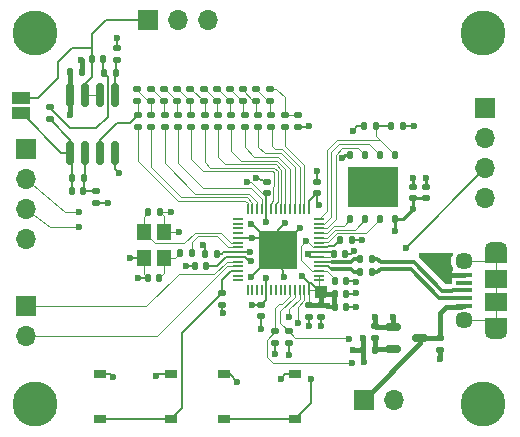
<source format=gbr>
%TF.GenerationSoftware,KiCad,Pcbnew,7.0.7*%
%TF.CreationDate,2023-09-18T16:24:31-07:00*%
%TF.ProjectId,pi_pico_dds,70695f70-6963-46f5-9f64-64732e6b6963,rev?*%
%TF.SameCoordinates,Original*%
%TF.FileFunction,Copper,L1,Top*%
%TF.FilePolarity,Positive*%
%FSLAX46Y46*%
G04 Gerber Fmt 4.6, Leading zero omitted, Abs format (unit mm)*
G04 Created by KiCad (PCBNEW 7.0.7) date 2023-09-18 16:24:31*
%MOMM*%
%LPD*%
G01*
G04 APERTURE LIST*
G04 Aperture macros list*
%AMRoundRect*
0 Rectangle with rounded corners*
0 $1 Rounding radius*
0 $2 $3 $4 $5 $6 $7 $8 $9 X,Y pos of 4 corners*
0 Add a 4 corners polygon primitive as box body*
4,1,4,$2,$3,$4,$5,$6,$7,$8,$9,$2,$3,0*
0 Add four circle primitives for the rounded corners*
1,1,$1+$1,$2,$3*
1,1,$1+$1,$4,$5*
1,1,$1+$1,$6,$7*
1,1,$1+$1,$8,$9*
0 Add four rect primitives between the rounded corners*
20,1,$1+$1,$2,$3,$4,$5,0*
20,1,$1+$1,$4,$5,$6,$7,0*
20,1,$1+$1,$6,$7,$8,$9,0*
20,1,$1+$1,$8,$9,$2,$3,0*%
G04 Aperture macros list end*
%TA.AperFunction,SMDPad,CuDef*%
%ADD10R,1.000000X0.750000*%
%TD*%
%TA.AperFunction,SMDPad,CuDef*%
%ADD11RoundRect,0.135000X0.135000X0.185000X-0.135000X0.185000X-0.135000X-0.185000X0.135000X-0.185000X0*%
%TD*%
%TA.AperFunction,SMDPad,CuDef*%
%ADD12RoundRect,0.135000X0.185000X-0.135000X0.185000X0.135000X-0.185000X0.135000X-0.185000X-0.135000X0*%
%TD*%
%TA.AperFunction,SMDPad,CuDef*%
%ADD13R,1.500000X1.000000*%
%TD*%
%TA.AperFunction,ComponentPad*%
%ADD14R,1.700000X1.700000*%
%TD*%
%TA.AperFunction,ComponentPad*%
%ADD15O,1.700000X1.700000*%
%TD*%
%TA.AperFunction,SMDPad,CuDef*%
%ADD16RoundRect,0.140000X0.170000X-0.140000X0.170000X0.140000X-0.170000X0.140000X-0.170000X-0.140000X0*%
%TD*%
%TA.AperFunction,SMDPad,CuDef*%
%ADD17RoundRect,0.140000X0.140000X0.170000X-0.140000X0.170000X-0.140000X-0.170000X0.140000X-0.170000X0*%
%TD*%
%TA.AperFunction,SMDPad,CuDef*%
%ADD18RoundRect,0.150000X0.150000X-0.825000X0.150000X0.825000X-0.150000X0.825000X-0.150000X-0.825000X0*%
%TD*%
%TA.AperFunction,SMDPad,CuDef*%
%ADD19RoundRect,0.140000X-0.170000X0.140000X-0.170000X-0.140000X0.170000X-0.140000X0.170000X0.140000X0*%
%TD*%
%TA.AperFunction,SMDPad,CuDef*%
%ADD20RoundRect,0.150000X-0.512500X-0.150000X0.512500X-0.150000X0.512500X0.150000X-0.512500X0.150000X0*%
%TD*%
%TA.AperFunction,SMDPad,CuDef*%
%ADD21RoundRect,0.140000X-0.140000X-0.170000X0.140000X-0.170000X0.140000X0.170000X-0.140000X0.170000X0*%
%TD*%
%TA.AperFunction,ComponentPad*%
%ADD22C,3.800000*%
%TD*%
%TA.AperFunction,SMDPad,CuDef*%
%ADD23RoundRect,0.135000X-0.135000X-0.185000X0.135000X-0.185000X0.135000X0.185000X-0.135000X0.185000X0*%
%TD*%
%TA.AperFunction,SMDPad,CuDef*%
%ADD24RoundRect,0.135000X-0.185000X0.135000X-0.185000X-0.135000X0.185000X-0.135000X0.185000X0.135000X0*%
%TD*%
%TA.AperFunction,SMDPad,CuDef*%
%ADD25R,1.350000X0.400000*%
%TD*%
%TA.AperFunction,ComponentPad*%
%ADD26O,1.900000X1.200000*%
%TD*%
%TA.AperFunction,SMDPad,CuDef*%
%ADD27R,1.900000X1.200000*%
%TD*%
%TA.AperFunction,ComponentPad*%
%ADD28C,1.450000*%
%TD*%
%TA.AperFunction,SMDPad,CuDef*%
%ADD29R,1.900000X1.500000*%
%TD*%
%TA.AperFunction,SMDPad,CuDef*%
%ADD30R,1.200000X1.400000*%
%TD*%
%TA.AperFunction,SMDPad,CuDef*%
%ADD31RoundRect,0.050000X-0.050000X0.387500X-0.050000X-0.387500X0.050000X-0.387500X0.050000X0.387500X0*%
%TD*%
%TA.AperFunction,SMDPad,CuDef*%
%ADD32RoundRect,0.050000X-0.387500X0.050000X-0.387500X-0.050000X0.387500X-0.050000X0.387500X0.050000X0*%
%TD*%
%TA.AperFunction,SMDPad,CuDef*%
%ADD33R,3.200000X3.200000*%
%TD*%
%TA.AperFunction,SMDPad,CuDef*%
%ADD34RoundRect,0.125000X-0.125000X0.250000X-0.125000X-0.250000X0.125000X-0.250000X0.125000X0.250000X0*%
%TD*%
%TA.AperFunction,SMDPad,CuDef*%
%ADD35R,4.300000X3.400000*%
%TD*%
%TA.AperFunction,ViaPad*%
%ADD36C,0.600000*%
%TD*%
%TA.AperFunction,Conductor*%
%ADD37C,0.200000*%
%TD*%
%TA.AperFunction,Conductor*%
%ADD38C,0.400000*%
%TD*%
%TA.AperFunction,Conductor*%
%ADD39C,0.254000*%
%TD*%
%TA.AperFunction,Conductor*%
%ADD40C,0.100000*%
%TD*%
%TA.AperFunction,Conductor*%
%ADD41C,0.366567*%
%TD*%
G04 APERTURE END LIST*
D10*
%TO.P,SW2,1,1*%
%TO.N,GND*%
X183817000Y-96550000D03*
X189817000Y-96550000D03*
%TO.P,SW2,2,2*%
%TO.N,Net-(R5-Pad1)*%
X183817000Y-100300000D03*
X189817000Y-100300000D03*
%TD*%
%TO.P,SW1,1,1*%
%TO.N,GND*%
X173313000Y-96550000D03*
X179313000Y-96550000D03*
%TO.P,SW1,2,2*%
%TO.N,Net-(U3-RUN)*%
X173313000Y-100300000D03*
X179313000Y-100300000D03*
%TD*%
D11*
%TO.P,R37,1*%
%TO.N,Net-(U4B-+)*%
X174627000Y-70993000D03*
%TO.P,R37,2*%
%TO.N,Net-(C21-Pad1)*%
X173607000Y-70993000D03*
%TD*%
D12*
%TO.P,R36,2*%
%TO.N,Net-(C21-Pad1)*%
X169037000Y-73912000D03*
%TO.P,R36,1*%
%TO.N,Net-(JP1-A)*%
X169037000Y-74932000D03*
%TD*%
D13*
%TO.P,JP1,2,B*%
%TO.N,Net-(J6-Pin_1)*%
X166624000Y-73137000D03*
%TO.P,JP1,1,A*%
%TO.N,Net-(JP1-A)*%
X166624000Y-74437000D03*
%TD*%
D14*
%TO.P,J6,1,Pin_1*%
%TO.N,Net-(J6-Pin_1)*%
X177342800Y-66522600D03*
D15*
%TO.P,J6,2,Pin_2*%
%TO.N,GND*%
X179882800Y-66522600D03*
%TO.P,J6,3,Pin_3*%
X182422800Y-66522600D03*
%TD*%
D16*
%TO.P,C22,2*%
%TO.N,GND*%
X174701200Y-68935600D03*
%TO.P,C22,1*%
%TO.N,Net-(U4B-+)*%
X174701200Y-69895600D03*
%TD*%
D17*
%TO.P,C21,1*%
%TO.N,Net-(C21-Pad1)*%
X173581000Y-69850000D03*
%TO.P,C21,2*%
%TO.N,Net-(J6-Pin_1)*%
X172621000Y-69850000D03*
%TD*%
D18*
%TO.P,U4,1*%
%TO.N,Net-(JP1-A)*%
X170764200Y-77811400D03*
%TO.P,U4,2,-*%
%TO.N,Net-(U4A--)*%
X172034200Y-77811400D03*
%TO.P,U4,3,+*%
%TO.N,Net-(U4A-+)*%
X173304200Y-77811400D03*
%TO.P,U4,4*%
%TO.N,GND*%
X174574200Y-77811400D03*
%TO.P,U4,5,+*%
%TO.N,Net-(U4B-+)*%
X174574200Y-72861400D03*
%TO.P,U4,6,-*%
%TO.N,Net-(J6-Pin_1)*%
X173304200Y-72861400D03*
%TO.P,U4,7*%
X172034200Y-72861400D03*
%TO.P,U4,8*%
%TO.N,+5V*%
X170764200Y-72861400D03*
%TD*%
D12*
%TO.P,R32,1*%
%TO.N,/GPIO10*%
X177615628Y-75565000D03*
%TO.P,R32,2*%
%TO.N,Net-(R19-Pad1)*%
X177615628Y-74545000D03*
%TD*%
%TO.P,R28,1*%
%TO.N,/GPIO6*%
X182143400Y-75565000D03*
%TO.P,R28,2*%
%TO.N,Net-(R15-Pad1)*%
X182143400Y-74545000D03*
%TD*%
D17*
%TO.P,C4,1*%
%TO.N,+1V1*%
X182293200Y-87325200D03*
%TO.P,C4,2*%
%TO.N,GND*%
X181333200Y-87325200D03*
%TD*%
D19*
%TO.P,C12,1*%
%TO.N,+3V3*%
X192024000Y-90706000D03*
%TO.P,C12,2*%
%TO.N,GND*%
X192024000Y-91666000D03*
%TD*%
D14*
%TO.P,J3,1,Pin_1*%
%TO.N,+3V3*%
X205866600Y-74025600D03*
D15*
%TO.P,J3,2,Pin_2*%
%TO.N,/SDA*%
X205866600Y-76565600D03*
%TO.P,J3,3,Pin_3*%
%TO.N,/SCL*%
X205866600Y-79105600D03*
%TO.P,J3,4,Pin_4*%
%TO.N,GND*%
X205866600Y-81645600D03*
%TD*%
D20*
%TO.P,U1,1,GND*%
%TO.N,GND*%
X198131000Y-92522000D03*
%TO.P,U1,2,VO*%
%TO.N,Net-(U1-VO)*%
X198131000Y-94422000D03*
%TO.P,U1,3,VI*%
%TO.N,+5V*%
X200406000Y-93472000D03*
%TD*%
D21*
%TO.P,C11,1*%
%TO.N,+3V3*%
X193068000Y-86309200D03*
%TO.P,C11,2*%
%TO.N,GND*%
X194028000Y-86309200D03*
%TD*%
D11*
%TO.P,R1,1*%
%TO.N,Net-(U1-VO)*%
X196598000Y-94488000D03*
%TO.P,R1,2*%
%TO.N,+3V3*%
X195578000Y-94488000D03*
%TD*%
D12*
%TO.P,R15,1*%
%TO.N,Net-(R15-Pad1)*%
X182051111Y-73361200D03*
%TO.P,R15,2*%
%TO.N,Net-(R14-Pad1)*%
X182051111Y-72341200D03*
%TD*%
%TO.P,R13,1*%
%TO.N,Net-(R13-Pad1)*%
X184290255Y-73361200D03*
%TO.P,R13,2*%
%TO.N,Net-(R12-Pad1)*%
X184290255Y-72341200D03*
%TD*%
D19*
%TO.P,C10,1*%
%TO.N,+3V3*%
X186944000Y-90655200D03*
%TO.P,C10,2*%
%TO.N,GND*%
X186944000Y-91615200D03*
%TD*%
D12*
%TO.P,R25,1*%
%TO.N,/GPIO3*%
X185539229Y-75565000D03*
%TO.P,R25,2*%
%TO.N,Net-(R12-Pad1)*%
X185539229Y-74545000D03*
%TD*%
%TO.P,R12,1*%
%TO.N,Net-(R12-Pad1)*%
X185409827Y-73361200D03*
%TO.P,R12,2*%
%TO.N,Net-(R11-Pad1)*%
X185409827Y-72341200D03*
%TD*%
%TO.P,R10,1*%
%TO.N,Net-(R10-Pad1)*%
X187648977Y-73361200D03*
%TO.P,R10,2*%
%TO.N,Net-(R10-Pad2)*%
X187648977Y-72341200D03*
%TD*%
%TO.P,R31,1*%
%TO.N,/GPIO9*%
X178747571Y-75565000D03*
%TO.P,R31,2*%
%TO.N,Net-(R18-Pad1)*%
X178747571Y-74545000D03*
%TD*%
%TO.P,R8,1*%
%TO.N,+3V3*%
X188137800Y-93905800D03*
%TO.P,R8,2*%
%TO.N,/SDA*%
X188137800Y-92885800D03*
%TD*%
D17*
%TO.P,C8,1*%
%TO.N,+3V3*%
X183156800Y-86309200D03*
%TO.P,C8,2*%
%TO.N,GND*%
X182196800Y-86309200D03*
%TD*%
D16*
%TO.P,C2,1*%
%TO.N,Net-(U1-VO)*%
X196596000Y-93444000D03*
%TO.P,C2,2*%
%TO.N,GND*%
X196596000Y-92484000D03*
%TD*%
D11*
%TO.P,R6,1*%
%TO.N,/USB_DN*%
X196293200Y-87884000D03*
%TO.P,R6,2*%
%TO.N,/USB_N*%
X195273200Y-87884000D03*
%TD*%
D12*
%TO.P,R23,1*%
%TO.N,/GPIO1*%
X187803115Y-75565000D03*
%TO.P,R23,2*%
%TO.N,Net-(R10-Pad1)*%
X187803115Y-74545000D03*
%TD*%
D14*
%TO.P,J2,1,Pin_1*%
%TO.N,+5V*%
X195617000Y-98679000D03*
D15*
%TO.P,J2,2,Pin_2*%
%TO.N,GND*%
X198157000Y-98679000D03*
%TD*%
D12*
%TO.P,R29,1*%
%TO.N,/GPIO7*%
X181011457Y-75565000D03*
%TO.P,R29,2*%
%TO.N,Net-(R16-Pad1)*%
X181011457Y-74545000D03*
%TD*%
D16*
%TO.P,C16,1*%
%TO.N,+3V3*%
X200914000Y-81630400D03*
%TO.P,C16,2*%
%TO.N,GND*%
X200914000Y-80670400D03*
%TD*%
D22*
%TO.P,H1,1,1*%
%TO.N,GND*%
X205740000Y-67614800D03*
%TD*%
D23*
%TO.P,R5,1*%
%TO.N,Net-(R5-Pad1)*%
X195628800Y-75539600D03*
%TO.P,R5,2*%
%TO.N,/QSPI_SS*%
X196648800Y-75539600D03*
%TD*%
D19*
%TO.P,C1,1*%
%TO.N,+5V*%
X202057000Y-93500000D03*
%TO.P,C1,2*%
%TO.N,GND*%
X202057000Y-94460000D03*
%TD*%
D12*
%TO.P,R9,1*%
%TO.N,+3V3*%
X189255400Y-93880400D03*
%TO.P,R9,2*%
%TO.N,/SCL*%
X189255400Y-92860400D03*
%TD*%
D22*
%TO.P,H2,1,1*%
%TO.N,GND*%
X205740000Y-99060000D03*
%TD*%
D14*
%TO.P,J4,1,Pin_1*%
%TO.N,+3V3*%
X166979600Y-77419200D03*
D15*
%TO.P,J4,2,Pin_2*%
%TO.N,/ADC2*%
X166979600Y-79959200D03*
%TO.P,J4,3,Pin_3*%
%TO.N,/ADC3*%
X166979600Y-82499200D03*
%TO.P,J4,4,Pin_4*%
%TO.N,GND*%
X166979600Y-85039200D03*
%TD*%
D12*
%TO.P,R16,1*%
%TO.N,Net-(R16-Pad1)*%
X180931539Y-73361200D03*
%TO.P,R16,2*%
%TO.N,Net-(R15-Pad1)*%
X180931539Y-72341200D03*
%TD*%
%TO.P,R21,1*%
%TO.N,GND*%
X190067011Y-75565000D03*
%TO.P,R21,2*%
%TO.N,Net-(R10-Pad2)*%
X190067011Y-74545000D03*
%TD*%
%TO.P,R33,1*%
%TO.N,/GPIO11*%
X176483685Y-75565000D03*
%TO.P,R33,2*%
%TO.N,Net-(U4A-+)*%
X176483685Y-74545000D03*
%TD*%
D22*
%TO.P,H3,1,1*%
%TO.N,GND*%
X167767000Y-99060000D03*
%TD*%
D12*
%TO.P,R24,1*%
%TO.N,/GPIO2*%
X186671172Y-75565000D03*
%TO.P,R24,2*%
%TO.N,Net-(R11-Pad1)*%
X186671172Y-74545000D03*
%TD*%
D24*
%TO.P,R2,1*%
%TO.N,Net-(U3-RUN)*%
X183642000Y-89609200D03*
%TO.P,R2,2*%
%TO.N,+3V3*%
X183642000Y-90629200D03*
%TD*%
D22*
%TO.P,H4,1,1*%
%TO.N,GND*%
X167767000Y-67614800D03*
%TD*%
D11*
%TO.P,R4,1*%
%TO.N,/USB_DP*%
X196293200Y-86766400D03*
%TO.P,R4,2*%
%TO.N,/USB_P*%
X195273200Y-86766400D03*
%TD*%
D25*
%TO.P,J1,1,VBUS*%
%TO.N,+5V*%
X204144700Y-90724000D03*
%TO.P,J1,2,D-*%
%TO.N,/USB_DN*%
X204144700Y-90074000D03*
%TO.P,J1,3,D+*%
%TO.N,/USB_DP*%
X204144700Y-89424000D03*
%TO.P,J1,4,ID*%
%TO.N,unconnected-(J1-ID-Pad4)*%
X204144700Y-88774000D03*
%TO.P,J1,5,GND*%
%TO.N,GND*%
X204144700Y-88124000D03*
D26*
%TO.P,J1,6,Shield*%
%TO.N,unconnected-(J1-Shield-Pad6)*%
X206844700Y-92924000D03*
D27*
X206844700Y-92324000D03*
D28*
X204144700Y-91924000D03*
D29*
X206844700Y-90424000D03*
X206844700Y-88424000D03*
D28*
X204144700Y-86924000D03*
D27*
X206844700Y-86524000D03*
D26*
X206844700Y-85924000D03*
%TD*%
D12*
%TO.P,R14,1*%
%TO.N,Net-(R14-Pad1)*%
X183170683Y-73361200D03*
%TO.P,R14,2*%
%TO.N,Net-(R13-Pad1)*%
X183170683Y-72341200D03*
%TD*%
%TO.P,R27,1*%
%TO.N,/GPIO5*%
X183275343Y-75565000D03*
%TO.P,R27,2*%
%TO.N,Net-(R14-Pad1)*%
X183275343Y-74545000D03*
%TD*%
%TO.P,R20,1*%
%TO.N,Net-(U4A-+)*%
X176453251Y-73361200D03*
%TO.P,R20,2*%
%TO.N,Net-(R19-Pad1)*%
X176453251Y-72341200D03*
%TD*%
D19*
%TO.P,C7,1*%
%TO.N,+3V3*%
X191008000Y-90706000D03*
%TO.P,C7,2*%
%TO.N,GND*%
X191008000Y-91666000D03*
%TD*%
D21*
%TO.P,C19,2*%
%TO.N,GND*%
X171726800Y-70916800D03*
%TO.P,C19,1*%
%TO.N,+5V*%
X170766800Y-70916800D03*
%TD*%
D30*
%TO.P,Y1,1,1*%
%TO.N,Net-(C18-Pad2)*%
X178689000Y-86698000D03*
%TO.P,Y1,2,2*%
%TO.N,GND*%
X178689000Y-84498000D03*
%TO.P,Y1,3,3*%
%TO.N,Net-(U3-XIN)*%
X176989000Y-84498000D03*
%TO.P,Y1,4,4*%
%TO.N,GND*%
X176989000Y-86698000D03*
%TD*%
D12*
%TO.P,R26,1*%
%TO.N,/GPIO4*%
X184407286Y-75565000D03*
%TO.P,R26,2*%
%TO.N,Net-(R13-Pad1)*%
X184407286Y-74545000D03*
%TD*%
%TO.P,R30,1*%
%TO.N,/GPIO8*%
X179879514Y-75565000D03*
%TO.P,R30,2*%
%TO.N,Net-(R17-Pad1)*%
X179879514Y-74545000D03*
%TD*%
%TO.P,R11,1*%
%TO.N,Net-(R11-Pad1)*%
X186529399Y-73361200D03*
%TO.P,R11,2*%
%TO.N,Net-(R10-Pad1)*%
X186529399Y-72341200D03*
%TD*%
D14*
%TO.P,J5,1,Pin_1*%
%TO.N,/SWCLK*%
X166979600Y-90754200D03*
D15*
%TO.P,J5,2,Pin_2*%
%TO.N,/SWD*%
X166979600Y-93294200D03*
%TD*%
D17*
%TO.P,C17,1*%
%TO.N,GND*%
X178332600Y-82804000D03*
%TO.P,C17,2*%
%TO.N,Net-(U3-XIN)*%
X177372600Y-82804000D03*
%TD*%
D16*
%TO.P,C6,1*%
%TO.N,+3V3*%
X191617600Y-81201200D03*
%TO.P,C6,2*%
%TO.N,GND*%
X191617600Y-80241200D03*
%TD*%
%TO.P,C15,1*%
%TO.N,+3V3*%
X199796400Y-81630400D03*
%TO.P,C15,2*%
%TO.N,GND*%
X199796400Y-80670400D03*
%TD*%
D23*
%TO.P,R3,1*%
%TO.N,/QSPI_SS*%
X197914800Y-75539600D03*
%TO.P,R3,2*%
%TO.N,+3V3*%
X198934800Y-75539600D03*
%TD*%
D21*
%TO.P,C14,1*%
%TO.N,+3V3*%
X193146800Y-90830400D03*
%TO.P,C14,2*%
%TO.N,GND*%
X194106800Y-90830400D03*
%TD*%
%TO.P,C5,1*%
%TO.N,+1V1*%
X193146800Y-88646000D03*
%TO.P,C5,2*%
%TO.N,GND*%
X194106800Y-88646000D03*
%TD*%
D24*
%TO.P,R35,1*%
%TO.N,Net-(U4A--)*%
X172974000Y-81024000D03*
%TO.P,R35,2*%
%TO.N,GND*%
X172974000Y-82044000D03*
%TD*%
D11*
%TO.P,R7,1*%
%TO.N,Net-(U3-XOUT)*%
X181104000Y-86233000D03*
%TO.P,R7,2*%
%TO.N,Net-(C18-Pad2)*%
X180084000Y-86233000D03*
%TD*%
D12*
%TO.P,R17,1*%
%TO.N,Net-(R17-Pad1)*%
X179811967Y-73361200D03*
%TO.P,R17,2*%
%TO.N,Net-(R16-Pad1)*%
X179811967Y-72341200D03*
%TD*%
D21*
%TO.P,C3,1*%
%TO.N,+1V1*%
X193626800Y-85191600D03*
%TO.P,C3,2*%
%TO.N,GND*%
X194586800Y-85191600D03*
%TD*%
D11*
%TO.P,R34,1*%
%TO.N,Net-(U4A--)*%
X171934600Y-79883000D03*
%TO.P,R34,2*%
%TO.N,Net-(JP1-A)*%
X170914600Y-79883000D03*
%TD*%
D31*
%TO.P,U3,1,IOVDD*%
%TO.N,+3V3*%
X190976000Y-82550000D03*
%TO.P,U3,2,GPIO0*%
%TO.N,/GPIO0*%
X190576000Y-82550000D03*
%TO.P,U3,3,GPIO1*%
%TO.N,/GPIO1*%
X190176000Y-82550000D03*
%TO.P,U3,4,GPIO2*%
%TO.N,/GPIO2*%
X189776000Y-82550000D03*
%TO.P,U3,5,GPIO3*%
%TO.N,/GPIO3*%
X189376000Y-82550000D03*
%TO.P,U3,6,GPIO4*%
%TO.N,/GPIO4*%
X188976000Y-82550000D03*
%TO.P,U3,7,GPIO5*%
%TO.N,/GPIO5*%
X188576000Y-82550000D03*
%TO.P,U3,8,GPIO6*%
%TO.N,/GPIO6*%
X188176000Y-82550000D03*
%TO.P,U3,9,GPIO7*%
%TO.N,/GPIO7*%
X187776000Y-82550000D03*
%TO.P,U3,10,IOVDD*%
%TO.N,+3V3*%
X187376000Y-82550000D03*
%TO.P,U3,11,GPIO8*%
%TO.N,/GPIO8*%
X186976000Y-82550000D03*
%TO.P,U3,12,GPIO9*%
%TO.N,/GPIO9*%
X186576000Y-82550000D03*
%TO.P,U3,13,GPIO10*%
%TO.N,/GPIO10*%
X186176000Y-82550000D03*
%TO.P,U3,14,GPIO11*%
%TO.N,/GPIO11*%
X185776000Y-82550000D03*
D32*
%TO.P,U3,15,GPIO12*%
%TO.N,/GPIO12*%
X184938500Y-83387500D03*
%TO.P,U3,16,GPIO13*%
%TO.N,/GPIO13*%
X184938500Y-83787500D03*
%TO.P,U3,17,GPIO14*%
%TO.N,/GPIO14*%
X184938500Y-84187500D03*
%TO.P,U3,18,GPIO15*%
%TO.N,/GPIO15*%
X184938500Y-84587500D03*
%TO.P,U3,19,TESTEN*%
%TO.N,GND*%
X184938500Y-84987500D03*
%TO.P,U3,20,XIN*%
%TO.N,Net-(U3-XIN)*%
X184938500Y-85387500D03*
%TO.P,U3,21,XOUT*%
%TO.N,Net-(U3-XOUT)*%
X184938500Y-85787500D03*
%TO.P,U3,22,IOVDD*%
%TO.N,+3V3*%
X184938500Y-86187500D03*
%TO.P,U3,23,DVDD*%
%TO.N,+1V1*%
X184938500Y-86587500D03*
%TO.P,U3,24,SWCLK*%
%TO.N,/SWCLK*%
X184938500Y-86987500D03*
%TO.P,U3,25,SWD*%
%TO.N,/SWD*%
X184938500Y-87387500D03*
%TO.P,U3,26,RUN*%
%TO.N,Net-(U3-RUN)*%
X184938500Y-87787500D03*
%TO.P,U3,27,GPIO16*%
%TO.N,/GPIO16*%
X184938500Y-88187500D03*
%TO.P,U3,28,GPIO17*%
%TO.N,/GPIO17*%
X184938500Y-88587500D03*
D31*
%TO.P,U3,29,GPIO18*%
%TO.N,/GPIO18*%
X185776000Y-89425000D03*
%TO.P,U3,30,GPIO19*%
%TO.N,/GPIO19*%
X186176000Y-89425000D03*
%TO.P,U3,31,GPIO20*%
%TO.N,/GPIO20*%
X186576000Y-89425000D03*
%TO.P,U3,32,GPIO21*%
%TO.N,/GPIO21*%
X186976000Y-89425000D03*
%TO.P,U3,33,IOVDD*%
%TO.N,+3V3*%
X187376000Y-89425000D03*
%TO.P,U3,34,GPIO22*%
%TO.N,/GPIO22*%
X187776000Y-89425000D03*
%TO.P,U3,35,GPIO23*%
%TO.N,/GPIO23*%
X188176000Y-89425000D03*
%TO.P,U3,36,GPIO24*%
%TO.N,/GPIO24*%
X188576000Y-89425000D03*
%TO.P,U3,37,GPIO25*%
%TO.N,/GPIO25*%
X188976000Y-89425000D03*
%TO.P,U3,38,GPIO26_ADC0*%
%TO.N,/SDA*%
X189376000Y-89425000D03*
%TO.P,U3,39,GPIO27_ADC1*%
%TO.N,/SCL*%
X189776000Y-89425000D03*
%TO.P,U3,40,GPIO28_ADC2*%
%TO.N,/ADC2*%
X190176000Y-89425000D03*
%TO.P,U3,41,GPIO29_ADC3*%
%TO.N,/ADC3*%
X190576000Y-89425000D03*
%TO.P,U3,42,IOVDD*%
%TO.N,+3V3*%
X190976000Y-89425000D03*
D32*
%TO.P,U3,43,ADC_AVDD*%
X191813500Y-88587500D03*
%TO.P,U3,44,VREG_IN*%
X191813500Y-88187500D03*
%TO.P,U3,45,VREG_VOUT*%
%TO.N,+1V1*%
X191813500Y-87787500D03*
%TO.P,U3,46,USB_DM*%
%TO.N,/USB_N*%
X191813500Y-87387500D03*
%TO.P,U3,47,USB_DP*%
%TO.N,/USB_P*%
X191813500Y-86987500D03*
%TO.P,U3,48,USB_VDD*%
%TO.N,+3V3*%
X191813500Y-86587500D03*
%TO.P,U3,49,IOVDD*%
X191813500Y-86187500D03*
%TO.P,U3,50,DVDD*%
%TO.N,+1V1*%
X191813500Y-85787500D03*
%TO.P,U3,51,QSPI_SD3*%
%TO.N,/QSPI_SD3*%
X191813500Y-85387500D03*
%TO.P,U3,52,QSPI_SCLK*%
%TO.N,/QSPI_SCLK*%
X191813500Y-84987500D03*
%TO.P,U3,53,QSPI_SD0*%
%TO.N,/QSPI_SD0*%
X191813500Y-84587500D03*
%TO.P,U3,54,QSPI_SD2*%
%TO.N,/QSPI_SD2*%
X191813500Y-84187500D03*
%TO.P,U3,55,QSPI_SD1*%
%TO.N,/QSPI_SD1*%
X191813500Y-83787500D03*
%TO.P,U3,56,QSPI_SS*%
%TO.N,/QSPI_SS*%
X191813500Y-83387500D03*
D33*
%TO.P,U3,57,GND*%
%TO.N,GND*%
X188376000Y-85987500D03*
%TD*%
D16*
%TO.P,C9,1*%
%TO.N,+3V3*%
X187401200Y-81201200D03*
%TO.P,C9,2*%
%TO.N,GND*%
X187401200Y-80241200D03*
%TD*%
D12*
%TO.P,R22,1*%
%TO.N,/GPIO0*%
X188935058Y-75565000D03*
%TO.P,R22,2*%
%TO.N,Net-(R10-Pad2)*%
X188935058Y-74545000D03*
%TD*%
D21*
%TO.P,C13,1*%
%TO.N,+3V3*%
X193146800Y-89763600D03*
%TO.P,C13,2*%
%TO.N,GND*%
X194106800Y-89763600D03*
%TD*%
D34*
%TO.P,U2,1,~{CS}*%
%TO.N,/QSPI_SS*%
X198289600Y-78007600D03*
%TO.P,U2,2,DO(IO1)*%
%TO.N,/QSPI_SD1*%
X197019600Y-78007600D03*
%TO.P,U2,3,IO2*%
%TO.N,/QSPI_SD2*%
X195749600Y-78007600D03*
%TO.P,U2,4,GND*%
%TO.N,GND*%
X194479600Y-78007600D03*
%TO.P,U2,5,DI(IO0)*%
%TO.N,/QSPI_SD0*%
X194479600Y-83407600D03*
%TO.P,U2,6,CLK*%
%TO.N,/QSPI_SCLK*%
X195749600Y-83407600D03*
%TO.P,U2,7,IO3*%
%TO.N,/QSPI_SD3*%
X197019600Y-83407600D03*
%TO.P,U2,8,VCC*%
%TO.N,+3V3*%
X198289600Y-83407600D03*
D35*
%TO.P,U2,9,EP*%
%TO.N,unconnected-(U2-EP-Pad9)*%
X196384600Y-80707600D03*
%TD*%
D21*
%TO.P,C18,1*%
%TO.N,GND*%
X177321800Y-88341200D03*
%TO.P,C18,2*%
%TO.N,Net-(C18-Pad2)*%
X178281800Y-88341200D03*
%TD*%
%TO.P,C20,1*%
%TO.N,Net-(JP1-A)*%
X170919200Y-81026000D03*
%TO.P,C20,2*%
%TO.N,Net-(U4A--)*%
X171879200Y-81026000D03*
%TD*%
D12*
%TO.P,R19,1*%
%TO.N,Net-(R19-Pad1)*%
X177572823Y-73361200D03*
%TO.P,R19,2*%
%TO.N,Net-(R18-Pad1)*%
X177572823Y-72341200D03*
%TD*%
%TO.P,R18,1*%
%TO.N,Net-(R18-Pad1)*%
X178692395Y-73361200D03*
%TO.P,R18,2*%
%TO.N,Net-(R17-Pad1)*%
X178692395Y-72341200D03*
%TD*%
D36*
%TO.N,GND*%
X174371000Y-96774000D03*
X178054000Y-96647000D03*
X184912000Y-97155000D03*
X188595000Y-96901000D03*
X174726600Y-68018600D03*
%TO.N,+5V*%
X170764200Y-74549000D03*
%TO.N,GND*%
X176530000Y-88341200D03*
X196596000Y-91694000D03*
X182041800Y-85547200D03*
X192024000Y-92456000D03*
X198120000Y-91694000D03*
X194754933Y-86075735D03*
X179959000Y-84455000D03*
X201422000Y-86868000D03*
X171704000Y-69900800D03*
X194945000Y-89662000D03*
X186486800Y-79933800D03*
X175818800Y-86715600D03*
X190220600Y-84150200D03*
X186944000Y-92659200D03*
X194945000Y-90805000D03*
X173990000Y-82016600D03*
X186131200Y-84988400D03*
X199796400Y-79908400D03*
X200914000Y-79908400D03*
X186055000Y-88265000D03*
X202057000Y-95250000D03*
X188976000Y-83693000D03*
X180543200Y-87376000D03*
X191617600Y-79349600D03*
X186055000Y-83820000D03*
X195427600Y-85191600D03*
X202565000Y-88138000D03*
X194970400Y-88696800D03*
X179324000Y-82804000D03*
X188849000Y-88265000D03*
X174879000Y-79451200D03*
X191008000Y-92456000D03*
X191008000Y-75539600D03*
X193792700Y-78239556D03*
X202438000Y-87122000D03*
%TO.N,+3V3*%
X198272400Y-84429600D03*
X190856700Y-86360000D03*
X188137800Y-94818200D03*
X191795400Y-82194400D03*
X195580000Y-93472000D03*
X194665600Y-94488000D03*
X189255400Y-94894400D03*
X183667400Y-91338400D03*
X192024000Y-89662000D03*
X185724800Y-80213200D03*
X186182000Y-90627200D03*
X185978800Y-86156800D03*
X199796400Y-82550000D03*
X190398400Y-88239600D03*
X199847200Y-75539600D03*
X187325000Y-88366600D03*
X195630800Y-95453200D03*
X187375800Y-83642200D03*
%TO.N,+1V1*%
X186084465Y-86949289D03*
X190754000Y-85242400D03*
%TO.N,/SDA*%
X194614800Y-95605600D03*
%TO.N,/SCL*%
X194335400Y-93548200D03*
X199171000Y-85801200D03*
%TO.N,/ADC2*%
X171475400Y-82829400D03*
X189280800Y-91643200D03*
%TO.N,/ADC3*%
X190017400Y-92151200D03*
X171500800Y-84099400D03*
%TO.N,Net-(R5-Pad1)*%
X191135000Y-96901000D03*
X194665600Y-75895200D03*
%TD*%
D37*
%TO.N,GND*%
X188376000Y-85987500D02*
X188849000Y-88265000D01*
X188376000Y-84293000D02*
X188976000Y-83693000D01*
X188376000Y-85987500D02*
X188376000Y-84293000D01*
X186411700Y-84023200D02*
X188376000Y-85987500D01*
X186055000Y-83820000D02*
X186411700Y-84023200D01*
X188376000Y-85994800D02*
X188376000Y-85987500D01*
X186055000Y-88265000D02*
X188376000Y-85994800D01*
%TO.N,Net-(R5-Pad1)*%
X191135000Y-96901000D02*
X191135000Y-98982000D01*
X191135000Y-98982000D02*
X189817000Y-100300000D01*
%TO.N,GND*%
X174371000Y-96774000D02*
X174147000Y-96550000D01*
X174147000Y-96550000D02*
X173313000Y-96550000D01*
X178151000Y-96550000D02*
X178054000Y-96647000D01*
X179313000Y-96550000D02*
X178151000Y-96550000D01*
%TO.N,Net-(U3-RUN)*%
X173313000Y-100300000D02*
X179313000Y-100300000D01*
X180213000Y-99400000D02*
X179313000Y-100300000D01*
X180213000Y-93038200D02*
X180213000Y-99400000D01*
%TO.N,GND*%
X184307000Y-96550000D02*
X184912000Y-97155000D01*
X183817000Y-96550000D02*
X184307000Y-96550000D01*
X188946000Y-96550000D02*
X188595000Y-96901000D01*
X189817000Y-96550000D02*
X188946000Y-96550000D01*
%TO.N,Net-(R5-Pad1)*%
X183817000Y-100300000D02*
X189817000Y-100300000D01*
%TO.N,Net-(J6-Pin_1)*%
X169722800Y-70104000D02*
X170891200Y-68935600D01*
X172621000Y-69850000D02*
X172621000Y-68935600D01*
X169722800Y-71424800D02*
X169722800Y-70104000D01*
X168010600Y-73137000D02*
X169722800Y-71424800D01*
X166624000Y-73137000D02*
X168010600Y-73137000D01*
X172621000Y-68935600D02*
X172621000Y-67713800D01*
X170891200Y-68935600D02*
X172621000Y-68935600D01*
%TO.N,Net-(C21-Pad1)*%
X172974000Y-75692000D02*
X173939200Y-74726800D01*
X173939200Y-74726800D02*
X173939200Y-71325200D01*
X170738800Y-75692000D02*
X172974000Y-75692000D01*
X169037000Y-73990200D02*
X170738800Y-75692000D01*
X173939200Y-71325200D02*
X173607000Y-70993000D01*
X169037000Y-73912000D02*
X169037000Y-73990200D01*
%TO.N,Net-(J6-Pin_1)*%
X173812200Y-66522600D02*
X177342800Y-66522600D01*
X172621000Y-67713800D02*
X173812200Y-66522600D01*
%TO.N,Net-(U4B-+)*%
X174627000Y-69969800D02*
X174701200Y-69895600D01*
X174627000Y-70993000D02*
X174627000Y-69969800D01*
%TO.N,GND*%
X174701200Y-68935600D02*
X174701200Y-68044000D01*
%TO.N,Net-(U4B-+)*%
X174574200Y-71045800D02*
X174627000Y-70993000D01*
X174574200Y-72861400D02*
X174574200Y-71045800D01*
%TO.N,Net-(C21-Pad1)*%
X173581000Y-70967000D02*
X173607000Y-70993000D01*
X173581000Y-69850000D02*
X173581000Y-70967000D01*
%TO.N,Net-(J6-Pin_1)*%
X172621000Y-71371400D02*
X172621000Y-69850000D01*
X172034200Y-71958200D02*
X172621000Y-71371400D01*
X172034200Y-72861400D02*
X172034200Y-71958200D01*
%TO.N,Net-(JP1-A)*%
X170764200Y-76659200D02*
X170764200Y-77811400D01*
X169037000Y-74932000D02*
X170764200Y-76659200D01*
X170013400Y-77811400D02*
X170764200Y-77811400D01*
X166639000Y-74437000D02*
X170013400Y-77811400D01*
X166624000Y-74437000D02*
X166639000Y-74437000D01*
D38*
%TO.N,+5V*%
X170764200Y-74549000D02*
X170764200Y-73344217D01*
X170764200Y-73344217D02*
X170764200Y-72861400D01*
D37*
X170764200Y-70919400D02*
X170766800Y-70916800D01*
D38*
X203916000Y-90724000D02*
X203841000Y-90799000D01*
X195617000Y-98679000D02*
X200406000Y-93890000D01*
X202057000Y-93500000D02*
X200434000Y-93500000D01*
X200406000Y-93890000D02*
X200406000Y-93472000D01*
X200434000Y-93500000D02*
X200406000Y-93472000D01*
X170764200Y-72861400D02*
X170764200Y-70919400D01*
X202057000Y-91313000D02*
X202057000Y-93500000D01*
X202571000Y-90799000D02*
X202057000Y-91313000D01*
X203841000Y-90799000D02*
X202571000Y-90799000D01*
X204144700Y-90724000D02*
X203916000Y-90724000D01*
%TO.N,GND*%
X202819000Y-88124000D02*
X202565000Y-88138000D01*
D37*
X190982600Y-75565000D02*
X191008000Y-75539600D01*
X194843400Y-89763600D02*
X194945000Y-89662000D01*
D39*
X194024656Y-78007600D02*
X193792700Y-78239556D01*
D37*
X187401200Y-80241200D02*
X186486800Y-79933800D01*
X188376000Y-86064800D02*
X188376000Y-85987500D01*
X192024000Y-91666000D02*
X192024000Y-92456000D01*
X180594000Y-87325200D02*
X180543200Y-87376000D01*
X172974000Y-82044000D02*
X173962600Y-82044000D01*
X194106800Y-89763600D02*
X194843400Y-89763600D01*
D38*
X202791000Y-88124000D02*
X202805000Y-88124000D01*
D37*
X182196800Y-86309200D02*
X182196800Y-85702200D01*
D40*
X179916000Y-84498000D02*
X179959000Y-84455000D01*
X178689000Y-84498000D02*
X179916000Y-84498000D01*
D37*
X182196800Y-85702200D02*
X182041800Y-85547200D01*
D38*
X204144700Y-88124000D02*
X202819000Y-88124000D01*
X196596000Y-92484000D02*
X196596000Y-91694000D01*
D39*
X200914000Y-80670400D02*
X200914000Y-79908400D01*
D37*
X171726800Y-69923600D02*
X171704000Y-69900800D01*
X177321800Y-88341200D02*
X176530000Y-88341200D01*
X194521468Y-86309200D02*
X194754933Y-86075735D01*
D38*
X171726800Y-70916800D02*
X171726800Y-69923600D01*
D37*
X191008000Y-91666000D02*
X191008000Y-92456000D01*
D39*
X199796400Y-80670400D02*
X199796400Y-79908400D01*
D37*
X174574200Y-77811400D02*
X174574200Y-79146400D01*
X181333200Y-87325200D02*
X180594000Y-87325200D01*
D40*
X177321800Y-88341200D02*
X176989000Y-88008400D01*
D37*
X191617600Y-80241200D02*
X191617600Y-79349600D01*
X176989000Y-86698000D02*
X175836400Y-86698000D01*
X194919600Y-88646000D02*
X194970400Y-88696800D01*
X194919600Y-90830400D02*
X194945000Y-90805000D01*
D38*
X198131000Y-92522000D02*
X196634000Y-92522000D01*
D37*
X175836400Y-86698000D02*
X175818800Y-86715600D01*
X188376000Y-85987500D02*
X188376000Y-86318800D01*
X186131200Y-84988400D02*
X187376900Y-84988400D01*
X194028000Y-86309200D02*
X194521468Y-86309200D01*
X190067011Y-75565000D02*
X190982600Y-75565000D01*
X186131200Y-84988400D02*
X185977900Y-84987500D01*
D38*
X198131000Y-92522000D02*
X198131000Y-91705000D01*
X202057000Y-94460000D02*
X202057000Y-95250000D01*
D40*
X178332600Y-82804000D02*
X178689000Y-83160400D01*
X176989000Y-88008400D02*
X176989000Y-86698000D01*
D37*
X194586800Y-85191600D02*
X195427600Y-85191600D01*
X186944000Y-91615200D02*
X186944000Y-92659200D01*
X174574200Y-79146400D02*
X174879000Y-79451200D01*
X194106800Y-88646000D02*
X194919600Y-88646000D01*
D40*
X178689000Y-83160400D02*
X178689000Y-84498000D01*
D38*
X196634000Y-92522000D02*
X196596000Y-92484000D01*
D39*
X194479600Y-78007600D02*
X194024656Y-78007600D01*
D40*
X178332600Y-82804000D02*
X179324000Y-82804000D01*
D37*
X173962600Y-82044000D02*
X173990000Y-82016600D01*
X187376900Y-84988400D02*
X188376000Y-85987500D01*
X190220600Y-84150200D02*
X188383300Y-85987500D01*
D38*
X202565000Y-88138000D02*
X202791000Y-88124000D01*
D37*
X188383300Y-85987500D02*
X188376000Y-85987500D01*
X185977900Y-84987500D02*
X184938500Y-84987500D01*
X194106800Y-90830400D02*
X194919600Y-90830400D01*
D38*
X198131000Y-91705000D02*
X198120000Y-91694000D01*
D37*
%TO.N,+3V3*%
X187376000Y-88417600D02*
X187325000Y-88366600D01*
X183614000Y-86309200D02*
X183735700Y-86187500D01*
X190976000Y-82550000D02*
X190976000Y-81842800D01*
D40*
X192252600Y-89763600D02*
X193146800Y-89763600D01*
D37*
X183735700Y-86187500D02*
X184938500Y-86187500D01*
D40*
X191813500Y-86587500D02*
X192789700Y-86587500D01*
D37*
X183642000Y-90629200D02*
X183642000Y-91313000D01*
X191179200Y-88817200D02*
X190976000Y-88817200D01*
D40*
X190976000Y-89425000D02*
X190976000Y-90674000D01*
X191813500Y-88587500D02*
X191813500Y-89324500D01*
D37*
X187376000Y-83642000D02*
X187375800Y-83642200D01*
X190976000Y-81842800D02*
X191617600Y-81201200D01*
D40*
X190976000Y-90674000D02*
X191008000Y-90706000D01*
D39*
X198289600Y-83407600D02*
X198938800Y-83407600D01*
D37*
X183156800Y-86309200D02*
X183614000Y-86309200D01*
X187376000Y-82550000D02*
X187376000Y-81226400D01*
X186944000Y-90655200D02*
X187376000Y-90223200D01*
D40*
X186064582Y-80289400D02*
X186976382Y-81201200D01*
D37*
X192024000Y-89662000D02*
X191179200Y-88817200D01*
X191029200Y-86187500D02*
X190856700Y-86360000D01*
D40*
X190976000Y-89425000D02*
X191713000Y-89425000D01*
D37*
X189255400Y-93880400D02*
X189255400Y-94894400D01*
X191617600Y-82016600D02*
X191795400Y-82194400D01*
D40*
X192024000Y-89662000D02*
X192151000Y-89662000D01*
X192024000Y-89535000D02*
X192024000Y-89662000D01*
D39*
X199796400Y-81630400D02*
X200914000Y-81630400D01*
D40*
X191813500Y-89324500D02*
X192024000Y-89535000D01*
D37*
X186944000Y-90655200D02*
X186210000Y-90655200D01*
D38*
X195578000Y-93474000D02*
X195580000Y-93472000D01*
D39*
X199796400Y-82550000D02*
X199796400Y-81630400D01*
D37*
X191617600Y-81201200D02*
X191617600Y-82016600D01*
D38*
X195578000Y-94488000D02*
X194665600Y-94488000D01*
D37*
X191813500Y-86187500D02*
X192946300Y-86187500D01*
X191084200Y-86587500D02*
X190856700Y-86360000D01*
X190976000Y-88817200D02*
X190398400Y-88239600D01*
D40*
X185801000Y-80289400D02*
X186064582Y-80289400D01*
D37*
X184938500Y-86187500D02*
X185948100Y-86187500D01*
X191813500Y-86187500D02*
X191029200Y-86187500D01*
D39*
X198938800Y-83407600D02*
X199796400Y-82550000D01*
D40*
X192789700Y-86587500D02*
X193068000Y-86309200D01*
D38*
X195578000Y-94488000D02*
X195578000Y-95400400D01*
D37*
X187376000Y-90223200D02*
X187376000Y-89425000D01*
X187376000Y-89425000D02*
X187376000Y-88417600D01*
D40*
X191813500Y-88187500D02*
X191813500Y-88587500D01*
D37*
X191813500Y-86587500D02*
X191084200Y-86587500D01*
D40*
X191713000Y-89425000D02*
X191813500Y-89324500D01*
D37*
X185948100Y-86187500D02*
X185978800Y-86156800D01*
D40*
X192151000Y-89662000D02*
X192252600Y-89763600D01*
D39*
X198289600Y-84412400D02*
X198272400Y-84429600D01*
D38*
X195578000Y-95400400D02*
X195630800Y-95453200D01*
D37*
X190976000Y-89425000D02*
X190976000Y-88817200D01*
X186210000Y-90655200D02*
X186182000Y-90627200D01*
X187376000Y-82550000D02*
X187376000Y-83642000D01*
D39*
X198289600Y-83407600D02*
X198289600Y-84412400D01*
D40*
X186976382Y-81201200D02*
X187401200Y-81201200D01*
D37*
X186868000Y-90579200D02*
X186944000Y-90655200D01*
X192946300Y-86187500D02*
X193068000Y-86309200D01*
X188137800Y-93905800D02*
X188137800Y-94818200D01*
X187376000Y-81226400D02*
X187401200Y-81201200D01*
D40*
X185724800Y-80213200D02*
X185801000Y-80289400D01*
D38*
X195578000Y-94488000D02*
X195578000Y-93474000D01*
D37*
X198934800Y-75539600D02*
X199847200Y-75539600D01*
%TO.N,+1V1*%
X192560400Y-85699200D02*
X193119200Y-85699200D01*
D40*
X190754000Y-85242400D02*
X190754000Y-85191600D01*
D37*
X185922760Y-86949289D02*
X186084465Y-86949289D01*
X184938500Y-86587500D02*
X183922500Y-86587500D01*
X193119200Y-85699200D02*
X193626800Y-85191600D01*
D40*
X190307200Y-86827600D02*
X191267100Y-87787500D01*
X190307200Y-85638400D02*
X190307200Y-86827600D01*
X191349900Y-85787500D02*
X190804800Y-85242400D01*
D37*
X183922500Y-86587500D02*
X183184800Y-87325200D01*
D40*
X191267100Y-87787500D02*
X191813500Y-87787500D01*
D37*
X191813500Y-85787500D02*
X192472100Y-85787500D01*
D40*
X193146800Y-88455995D02*
X193146800Y-88646000D01*
X191813500Y-87787500D02*
X191216300Y-87787500D01*
D37*
X192472100Y-85787500D02*
X192560400Y-85699200D01*
X183184800Y-87325200D02*
X182293200Y-87325200D01*
D40*
X192478305Y-87787500D02*
X193146800Y-88455995D01*
X191813500Y-87787500D02*
X192478305Y-87787500D01*
X191813500Y-85787500D02*
X191349900Y-85787500D01*
X190804800Y-85242400D02*
X190754000Y-85242400D01*
X190754000Y-85191600D02*
X190754000Y-85191600D01*
D37*
X184938500Y-86587500D02*
X185560971Y-86587500D01*
X185560971Y-86587500D02*
X185922760Y-86949289D01*
D40*
X190754000Y-85191600D02*
X190307200Y-85638400D01*
%TO.N,Net-(U3-XIN)*%
X184938500Y-85387500D02*
X184345900Y-85387500D01*
X177372600Y-82804000D02*
X176989000Y-83187600D01*
X180413800Y-85448000D02*
X177939000Y-85448000D01*
X183515000Y-84556600D02*
X181305200Y-84556600D01*
X177939000Y-85448000D02*
X176989000Y-84498000D01*
X184345900Y-85387500D02*
X183515000Y-84556600D01*
X176989000Y-83187600D02*
X176989000Y-84498000D01*
X181305200Y-84556600D02*
X180413800Y-85448000D01*
D37*
%TO.N,Net-(U4A--)*%
X171934600Y-80970600D02*
X171879200Y-81026000D01*
X171934600Y-79883000D02*
X171934600Y-80970600D01*
X172034200Y-77811400D02*
X172034200Y-79783400D01*
X172972000Y-81026000D02*
X172974000Y-81024000D01*
X172034200Y-79783400D02*
X171934600Y-79883000D01*
X171881800Y-79935800D02*
X171934600Y-79883000D01*
X171879200Y-81026000D02*
X172972000Y-81026000D01*
D40*
%TO.N,unconnected-(J1-Shield-Pad6)*%
X204144700Y-86924000D02*
X205844700Y-86924000D01*
X204144700Y-91924000D02*
X205844700Y-91924000D01*
X206844700Y-86524000D02*
X206844700Y-92324000D01*
X205844700Y-91924000D02*
X206844700Y-92924000D01*
X205844700Y-86924000D02*
X206844700Y-85924000D01*
%TO.N,/SDA*%
X189376000Y-89425000D02*
X189376000Y-89886764D01*
X188660964Y-90601800D02*
X188442600Y-90601800D01*
X187934600Y-95605600D02*
X194614800Y-95605600D01*
X188137800Y-92885800D02*
X187401200Y-93622400D01*
X187401200Y-93622400D02*
X187401200Y-95072200D01*
X188137800Y-90906600D02*
X188137800Y-92885800D01*
X187401200Y-95072200D02*
X187934600Y-95605600D01*
X188442600Y-90601800D02*
X188137800Y-90906600D01*
X189376000Y-89886764D02*
X188660964Y-90601800D01*
%TO.N,/SCL*%
X189776000Y-89954200D02*
X188544200Y-91186000D01*
X194217600Y-93430400D02*
X194335400Y-93548200D01*
X189776000Y-89425000D02*
X189776000Y-89954200D01*
D37*
X205866600Y-79105600D02*
X199171000Y-85801200D01*
X189255400Y-92860400D02*
X189405800Y-92860400D01*
D40*
X189255400Y-92860400D02*
X189825400Y-93430400D01*
X188544200Y-91186000D02*
X188544200Y-92149200D01*
D37*
X194335400Y-93522800D02*
X194335400Y-93548200D01*
D40*
X189825400Y-93430400D02*
X194217600Y-93430400D01*
X188544200Y-92149200D02*
X189255400Y-92860400D01*
%TO.N,/SWCLK*%
X179933600Y-88036400D02*
X177215800Y-90754200D01*
X177215800Y-90754200D02*
X166979600Y-90754200D01*
X184017474Y-86987500D02*
X182968574Y-88036400D01*
X184938500Y-86987500D02*
X184017474Y-86987500D01*
X167794200Y-90498400D02*
X167487600Y-90805000D01*
X182968574Y-88036400D02*
X179933600Y-88036400D01*
%TO.N,/SWD*%
X166979600Y-93294200D02*
X178135038Y-93294200D01*
X178135038Y-93294200D02*
X184041738Y-87387500D01*
X184938500Y-87387500D02*
X184041738Y-87387500D01*
%TO.N,/ADC2*%
X170307000Y-82829400D02*
X166979600Y-79959200D01*
X189280800Y-91033600D02*
X189280800Y-91643200D01*
X190176000Y-89425000D02*
X190176000Y-90138400D01*
X190176000Y-90138400D02*
X189280800Y-91033600D01*
X171475400Y-82829400D02*
X170307000Y-82829400D01*
%TO.N,/ADC3*%
X190576000Y-90276457D02*
X190017400Y-90835057D01*
X190576000Y-89425000D02*
X190576000Y-90276457D01*
X171500800Y-84099400D02*
X169037000Y-84099400D01*
X190017400Y-90835057D02*
X190017400Y-92151200D01*
X169037000Y-84099400D02*
X166979600Y-82499200D01*
D37*
%TO.N,Net-(U3-RUN)*%
X184375500Y-87787500D02*
X184938500Y-87787500D01*
X183642000Y-89609200D02*
X180213000Y-93038200D01*
X183642000Y-88521000D02*
X183642000Y-89609200D01*
X184375500Y-87787500D02*
X183642000Y-88521000D01*
D40*
%TO.N,/QSPI_SS*%
X191813500Y-83387500D02*
X192481200Y-82719800D01*
X196990000Y-76708000D02*
X198289600Y-78007600D01*
X192481200Y-82719800D02*
X192481200Y-77571600D01*
X193344800Y-76708000D02*
X196990000Y-76708000D01*
X192481200Y-77571600D02*
X193344800Y-76708000D01*
D37*
X196648800Y-75539600D02*
X197914800Y-75539600D01*
D40*
X196648800Y-76366800D02*
X196990000Y-76708000D01*
X196648800Y-75539600D02*
X196648800Y-76366800D01*
%TO.N,Net-(U3-XOUT)*%
X181104000Y-85342000D02*
X181104000Y-86233000D01*
X183184800Y-84861400D02*
X181584600Y-84861400D01*
X184938500Y-85787500D02*
X184110900Y-85787500D01*
X184110900Y-85787500D02*
X183184800Y-84861400D01*
X181584600Y-84861400D02*
X181104000Y-85342000D01*
X184938500Y-85787500D02*
X184900200Y-85749200D01*
%TO.N,Net-(R10-Pad1)*%
X187648977Y-74390862D02*
X187803115Y-74545000D01*
X187648977Y-73361200D02*
X187648977Y-74390862D01*
X186529399Y-72341200D02*
X187549399Y-73361200D01*
X187549399Y-73361200D02*
X187648977Y-73361200D01*
%TO.N,Net-(R10-Pad2)*%
X188214000Y-72339200D02*
X188935058Y-73060258D01*
X190067011Y-74545000D02*
X188935058Y-74545000D01*
X188935058Y-73060258D02*
X188935058Y-74545000D01*
X187650977Y-72339200D02*
X188214000Y-72339200D01*
X187648977Y-72341200D02*
X187650977Y-72339200D01*
%TO.N,Net-(R11-Pad1)*%
X185409827Y-72496728D02*
X186274299Y-73361200D01*
X186529399Y-74403227D02*
X186671172Y-74545000D01*
X185409827Y-72341200D02*
X185409827Y-72496728D01*
X186529399Y-73361200D02*
X186529399Y-74403227D01*
X186274299Y-73361200D02*
X186529399Y-73361200D01*
%TO.N,Net-(R12-Pad1)*%
X185409827Y-74415598D02*
X185539229Y-74545000D01*
X185310255Y-73361200D02*
X185409827Y-73361200D01*
X184290255Y-72341200D02*
X185310255Y-73361200D01*
X185409827Y-73361200D02*
X185409827Y-74415598D01*
%TO.N,Net-(R13-Pad1)*%
X184290255Y-74427969D02*
X184407286Y-74545000D01*
X183170683Y-72341200D02*
X183270255Y-72341200D01*
X184290255Y-73361200D02*
X184290255Y-74427969D01*
X183270255Y-72341200D02*
X184290255Y-73361200D01*
%TO.N,Net-(R14-Pad1)*%
X183170683Y-74440340D02*
X183275343Y-74545000D01*
X183170683Y-73361200D02*
X183170683Y-74440340D01*
X182051111Y-72341200D02*
X182150683Y-72341200D01*
X182150683Y-72341200D02*
X183170683Y-73361200D01*
%TO.N,Net-(R15-Pad1)*%
X182051111Y-73361200D02*
X182143400Y-73453489D01*
X182143400Y-73453489D02*
X182143400Y-74545000D01*
X180931539Y-72341200D02*
X181031111Y-72341200D01*
X181031111Y-72341200D02*
X182051111Y-73361200D01*
%TO.N,Net-(R16-Pad1)*%
X180931539Y-73361200D02*
X180931539Y-74465082D01*
X179911539Y-72341200D02*
X180931539Y-73361200D01*
X180931539Y-74465082D02*
X181011457Y-74545000D01*
X179811967Y-72341200D02*
X179911539Y-72341200D01*
%TO.N,Net-(R17-Pad1)*%
X178791967Y-72341200D02*
X179811967Y-73361200D01*
X179811967Y-73361200D02*
X179811967Y-74477453D01*
X178692395Y-72341200D02*
X178791967Y-72341200D01*
X179811967Y-74477453D02*
X179879514Y-74545000D01*
%TO.N,Net-(R18-Pad1)*%
X178692395Y-74489824D02*
X178747571Y-74545000D01*
X178692395Y-73361200D02*
X178692395Y-74489824D01*
X177672395Y-72341200D02*
X178692395Y-73361200D01*
X177572823Y-72341200D02*
X177672395Y-72341200D01*
%TO.N,Net-(R19-Pad1)*%
X176453251Y-72496728D02*
X177317723Y-73361200D01*
X177615628Y-74545000D02*
X177615628Y-73404005D01*
X177615628Y-73404005D02*
X177572823Y-73361200D01*
X176453251Y-72341200D02*
X176453251Y-72496728D01*
X177317723Y-73361200D02*
X177572823Y-73361200D01*
%TO.N,Net-(U4A-+)*%
X176483685Y-73391634D02*
X176453251Y-73361200D01*
D37*
X173304200Y-77811400D02*
X173304200Y-76682600D01*
X174752000Y-75234800D02*
X175793885Y-75234800D01*
X175793885Y-75234800D02*
X176483685Y-74545000D01*
X173304200Y-76682600D02*
X174752000Y-75234800D01*
D40*
X176483685Y-74545000D02*
X176483685Y-73391634D01*
%TO.N,/GPIO0*%
X188935058Y-77175058D02*
X188935058Y-75565000D01*
X190576000Y-82550000D02*
X190576000Y-78816000D01*
X190576000Y-78816000D02*
X188935058Y-77175058D01*
%TO.N,/GPIO1*%
X187807600Y-77216000D02*
X188091856Y-77500256D01*
X190176000Y-78969736D02*
X190176000Y-82550000D01*
X187807600Y-75569485D02*
X187807600Y-77216000D01*
X188091856Y-77500256D02*
X188706520Y-77500256D01*
X187803115Y-75565000D02*
X187807600Y-75569485D01*
X188706520Y-77500256D02*
X190176000Y-78969736D01*
%TO.N,/GPIO2*%
X186671172Y-75565000D02*
X186690000Y-75583828D01*
X188582256Y-77800256D02*
X189776000Y-78994000D01*
X187223456Y-77800256D02*
X188582256Y-77800256D01*
X186690000Y-75583828D02*
X186690000Y-77266800D01*
X189776000Y-78994000D02*
X189776000Y-82550000D01*
X186690000Y-77266800D02*
X187223456Y-77800256D01*
%TO.N,/GPIO3*%
X185521600Y-77317600D02*
X185521600Y-75582629D01*
X186304256Y-78100256D02*
X185521600Y-77317600D01*
X185521600Y-75582629D02*
X185539229Y-75565000D01*
X189376000Y-82550000D02*
X189376000Y-79119344D01*
X188387056Y-78130400D02*
X188387056Y-78100256D01*
X188387056Y-78100256D02*
X186304256Y-78100256D01*
X189376000Y-79119344D02*
X188387056Y-78130400D01*
%TO.N,/GPIO4*%
X184407286Y-75565000D02*
X184407286Y-77625686D01*
X188976000Y-79143608D02*
X188976000Y-82550000D01*
X188272392Y-78440000D02*
X188976000Y-79143608D01*
X184407286Y-77625686D02*
X185221600Y-78440000D01*
X185221600Y-78440000D02*
X188272392Y-78440000D01*
%TO.N,/GPIO5*%
X183896000Y-78740000D02*
X183275343Y-78119343D01*
X188615600Y-79207472D02*
X188148128Y-78740000D01*
X183275343Y-78119343D02*
X183275343Y-75565000D01*
X188576000Y-82550000D02*
X188615600Y-82510400D01*
X188615600Y-82510400D02*
X188615600Y-79207472D01*
X188148128Y-78740000D02*
X183896000Y-78740000D01*
%TO.N,/GPIO6*%
X188315600Y-79331736D02*
X188315600Y-81912500D01*
X188315600Y-81912500D02*
X188176000Y-82052100D01*
X188028664Y-79044800D02*
X188315600Y-79331736D01*
X182626000Y-79044800D02*
X188028664Y-79044800D01*
X188176000Y-82052100D02*
X188176000Y-82550000D01*
X182143400Y-78562200D02*
X182626000Y-79044800D01*
X182143400Y-75565000D02*
X182143400Y-78562200D01*
%TO.N,/GPIO7*%
X188010800Y-79451200D02*
X187960000Y-81737200D01*
X187776000Y-82088236D02*
X187776000Y-82550000D01*
X181011457Y-78344657D02*
X182016400Y-79349600D01*
X182016400Y-79349600D02*
X187909200Y-79349600D01*
X187960000Y-81737200D02*
X187776000Y-82088236D01*
X187909200Y-79349600D02*
X188010800Y-79451200D01*
X181011457Y-75565000D02*
X181011457Y-78344657D01*
%TO.N,/GPIO8*%
X179879514Y-78685914D02*
X181965600Y-80772000D01*
X179879514Y-75565000D02*
X179879514Y-78685914D01*
X186976000Y-81718400D02*
X186976000Y-82550000D01*
X186029600Y-80772000D02*
X186976000Y-81718400D01*
X181965600Y-80772000D02*
X186029600Y-80772000D01*
%TO.N,/GPIO9*%
X185886800Y-81238800D02*
X185853864Y-81271736D01*
X185853864Y-81271736D02*
X185811328Y-81229200D01*
X178747571Y-78620771D02*
X178747571Y-75565000D01*
X186576000Y-81928000D02*
X185886800Y-81238800D01*
X185811328Y-81229200D02*
X181356000Y-81229200D01*
X181356000Y-81229200D02*
X178747571Y-78620771D01*
X186576000Y-82550000D02*
X186576000Y-81928000D01*
%TO.N,/GPIO10*%
X180141600Y-81538800D02*
X185696664Y-81538800D01*
X177615628Y-79012828D02*
X180141600Y-81538800D01*
X186176000Y-82018136D02*
X186176000Y-82550000D01*
X177615628Y-75565000D02*
X177615628Y-79012828D01*
X185696664Y-81538800D02*
X186176000Y-82018136D01*
%TO.N,/GPIO11*%
X185572400Y-81838800D02*
X183032400Y-81838800D01*
X179882800Y-81838800D02*
X183032400Y-81838800D01*
X176483685Y-75565000D02*
X176483685Y-78439685D01*
X176483685Y-78439685D02*
X179882800Y-81838800D01*
X185776000Y-82042400D02*
X185572400Y-81838800D01*
X185776000Y-82550000D02*
X185776000Y-82042400D01*
D37*
%TO.N,Net-(JP1-A)*%
X170919200Y-81026000D02*
X170919200Y-77966400D01*
D40*
%TO.N,Net-(J6-Pin_1)*%
X173304200Y-72861400D02*
X172034200Y-72861400D01*
%TO.N,/QSPI_SD1*%
X192836800Y-77724000D02*
X193548000Y-77012800D01*
X191813500Y-83787500D02*
X192275264Y-83787500D01*
X193548000Y-77012800D02*
X196024800Y-77012800D01*
X192836800Y-83225964D02*
X192836800Y-77724000D01*
X192275264Y-83787500D02*
X192836800Y-83225964D01*
X196024800Y-77012800D02*
X197019600Y-78007600D01*
%TO.N,/QSPI_SD2*%
X193243200Y-77927200D02*
X193802000Y-77368400D01*
X193243200Y-83410808D02*
X193243200Y-77927200D01*
X193802000Y-77368400D02*
X195110400Y-77368400D01*
X191813500Y-84187500D02*
X192466508Y-84187500D01*
X195110400Y-77368400D02*
X195749600Y-78007600D01*
X192466508Y-84187500D02*
X193243200Y-83410808D01*
%TO.N,/QSPI_SD0*%
X193096272Y-83982000D02*
X193905200Y-83982000D01*
X191813500Y-84587500D02*
X192490772Y-84587500D01*
X193905200Y-83982000D02*
X194479600Y-83407600D01*
X192490772Y-84587500D02*
X193096272Y-83982000D01*
%TO.N,/QSPI_SCLK*%
X191813500Y-84987500D02*
X192515036Y-84987500D01*
X192515036Y-84987500D02*
X193220536Y-84282000D01*
X193220536Y-84282000D02*
X194875200Y-84282000D01*
X194875200Y-84282000D02*
X195749600Y-83407600D01*
%TO.N,/QSPI_SD3*%
X195845200Y-84582000D02*
X197019600Y-83407600D01*
X192577600Y-85349200D02*
X193344800Y-84582000D01*
X191851800Y-85349200D02*
X192577600Y-85349200D01*
X193344800Y-84582000D02*
X195845200Y-84582000D01*
X191813500Y-85387500D02*
X191851800Y-85349200D01*
%TO.N,Net-(C18-Pad2)*%
X180084000Y-86233000D02*
X179619000Y-86698000D01*
X179619000Y-86698000D02*
X178689000Y-86698000D01*
X178689000Y-87934000D02*
X178689000Y-86698000D01*
X178281800Y-88341200D02*
X178689000Y-87934000D01*
D37*
%TO.N,Net-(R5-Pad1)*%
X195628800Y-75539600D02*
X195021200Y-75539600D01*
X195021200Y-75539600D02*
X194665600Y-75895200D01*
%TO.N,/USB_P*%
X191813500Y-86987500D02*
X192866815Y-86987500D01*
X192866815Y-86987500D02*
X192916638Y-87037323D01*
D41*
X194522276Y-87037323D02*
X192916638Y-87037323D01*
X195273200Y-86766400D02*
X194793199Y-86766400D01*
X194793199Y-86766400D02*
X194522276Y-87037323D01*
%TO.N,/USB_N*%
X195273200Y-87884000D02*
X194793199Y-87884000D01*
D37*
X192583348Y-87387500D02*
X192808925Y-87613077D01*
X191813500Y-87387500D02*
X192583348Y-87387500D01*
X192808925Y-87613077D02*
X192916638Y-87613077D01*
D41*
X194522276Y-87613077D02*
X192916638Y-87613077D01*
X194793199Y-87884000D02*
X194522276Y-87613077D01*
%TO.N,/USB_DP*%
X196773201Y-86766400D02*
X197044124Y-87037323D01*
X197044124Y-87037323D02*
X199839443Y-87037323D01*
X203132199Y-89424000D02*
X204144700Y-89424000D01*
X202263243Y-89461123D02*
X203095076Y-89461123D01*
X203095076Y-89461123D02*
X203132199Y-89424000D01*
X196293200Y-86766400D02*
X196773201Y-86766400D01*
X199839443Y-87037323D02*
X202263243Y-89461123D01*
%TO.N,/USB_DN*%
X203095076Y-90036877D02*
X203132199Y-90074000D01*
X202024757Y-90036877D02*
X203095076Y-90036877D01*
X196293200Y-87884000D02*
X196773201Y-87884000D01*
X197044124Y-87613077D02*
X199600957Y-87613077D01*
X203132199Y-90074000D02*
X204144700Y-90074000D01*
X199600957Y-87613077D02*
X202024757Y-90036877D01*
X196773201Y-87884000D02*
X197044124Y-87613077D01*
D38*
%TO.N,Net-(U1-VO)*%
X196598000Y-93446000D02*
X196596000Y-93444000D01*
X198131000Y-94422000D02*
X196664000Y-94422000D01*
X196598000Y-94488000D02*
X196598000Y-93446000D01*
X196664000Y-94422000D02*
X196598000Y-94488000D01*
%TD*%
%TA.AperFunction,Conductor*%
%TO.N,+3V3*%
G36*
X192497451Y-89087318D02*
G01*
X192529679Y-89149312D01*
X192532000Y-89173193D01*
X192532000Y-89302069D01*
X192523354Y-89347559D01*
X192477221Y-89464543D01*
X192466800Y-89551329D01*
X192466800Y-89563600D01*
X193222800Y-89563600D01*
X193289839Y-89583285D01*
X193335594Y-89636089D01*
X193346800Y-89687600D01*
X193346800Y-90906400D01*
X193327115Y-90973439D01*
X193274311Y-91019194D01*
X193222800Y-91030400D01*
X192550800Y-91030400D01*
X192483761Y-91010715D01*
X192438006Y-90957911D01*
X192426800Y-90906400D01*
X192426800Y-90906000D01*
X190932000Y-90906000D01*
X190864961Y-90886315D01*
X190819206Y-90833511D01*
X190808000Y-90782000D01*
X190808000Y-90732921D01*
X190827685Y-90665882D01*
X190844312Y-90645246D01*
X190874212Y-90615346D01*
X190879364Y-90610742D01*
X190909970Y-90586336D01*
X190915320Y-90578489D01*
X190927825Y-90560148D01*
X190981854Y-90515846D01*
X191030278Y-90506000D01*
X191824000Y-90506000D01*
X192224000Y-90506000D01*
X192650000Y-90506000D01*
X192717039Y-90525685D01*
X192762794Y-90578489D01*
X192774000Y-90630000D01*
X192773999Y-90630399D01*
X192774000Y-90630400D01*
X192946800Y-90630400D01*
X192946800Y-89963600D01*
X192466801Y-89963600D01*
X192430482Y-89999919D01*
X192428035Y-89997472D01*
X192394312Y-90026694D01*
X192328018Y-90037016D01*
X192236272Y-90026000D01*
X192224000Y-90026000D01*
X192224000Y-90506000D01*
X191824000Y-90506000D01*
X191824000Y-90026000D01*
X191823998Y-90025999D01*
X191811730Y-90026000D01*
X191724944Y-90036421D01*
X191628288Y-90074537D01*
X191558701Y-90080818D01*
X191496765Y-90048481D01*
X191462145Y-89987791D01*
X191465758Y-89918225D01*
X191473149Y-89897102D01*
X191473149Y-89897100D01*
X191475999Y-89866707D01*
X191475999Y-89211499D01*
X191495683Y-89144460D01*
X191548487Y-89098705D01*
X191599999Y-89087499D01*
X192255196Y-89087499D01*
X192285607Y-89084647D01*
X192285609Y-89084647D01*
X192367045Y-89056152D01*
X192436824Y-89052590D01*
X192497451Y-89087318D01*
G37*
%TD.AperFunction*%
%TD*%
%TA.AperFunction,Conductor*%
%TO.N,GND*%
G36*
X203098236Y-86252685D02*
G01*
X203143991Y-86305489D01*
X203153935Y-86374647D01*
X203142197Y-86412272D01*
X203090707Y-86515677D01*
X203033623Y-86716308D01*
X203014378Y-86923999D01*
X203014378Y-86924000D01*
X203033623Y-87131691D01*
X203033623Y-87131693D01*
X203033624Y-87131696D01*
X203088680Y-87325199D01*
X203090707Y-87332322D01*
X203185562Y-87522816D01*
X203197823Y-87591602D01*
X203170950Y-87656097D01*
X203162245Y-87665768D01*
X203142060Y-87685953D01*
X203084533Y-87798855D01*
X203069700Y-87892513D01*
X203069700Y-87924000D01*
X203587963Y-87924000D01*
X203634800Y-87935017D01*
X203635319Y-87933673D01*
X203635633Y-87933794D01*
X203638309Y-87935842D01*
X203643241Y-87937003D01*
X203646010Y-87938382D01*
X203644799Y-87940811D01*
X203691111Y-87976267D01*
X203714818Y-88041992D01*
X203699229Y-88110100D01*
X203649292Y-88158969D01*
X203591047Y-88173500D01*
X203438182Y-88173500D01*
X203357219Y-88186323D01*
X203344396Y-88188354D01*
X203231358Y-88245950D01*
X203231356Y-88245951D01*
X203231357Y-88245951D01*
X203231353Y-88245953D01*
X203189628Y-88287680D01*
X203128305Y-88321166D01*
X203101946Y-88324000D01*
X203069701Y-88324000D01*
X203069701Y-88355481D01*
X203081186Y-88428009D01*
X203081186Y-88466800D01*
X203069200Y-88542480D01*
X203069200Y-88734728D01*
X203049515Y-88801767D01*
X202996711Y-88847522D01*
X202967669Y-88855863D01*
X202953102Y-88866302D01*
X202949257Y-88867895D01*
X202901792Y-88877340D01*
X202556416Y-88877340D01*
X202489377Y-88857655D01*
X202468735Y-88841021D01*
X200315319Y-86687605D01*
X200281834Y-86626282D01*
X200279000Y-86599924D01*
X200279000Y-86357000D01*
X200298685Y-86289961D01*
X200351489Y-86244206D01*
X200403000Y-86233000D01*
X203031197Y-86233000D01*
X203098236Y-86252685D01*
G37*
%TD.AperFunction*%
%TD*%
M02*

</source>
